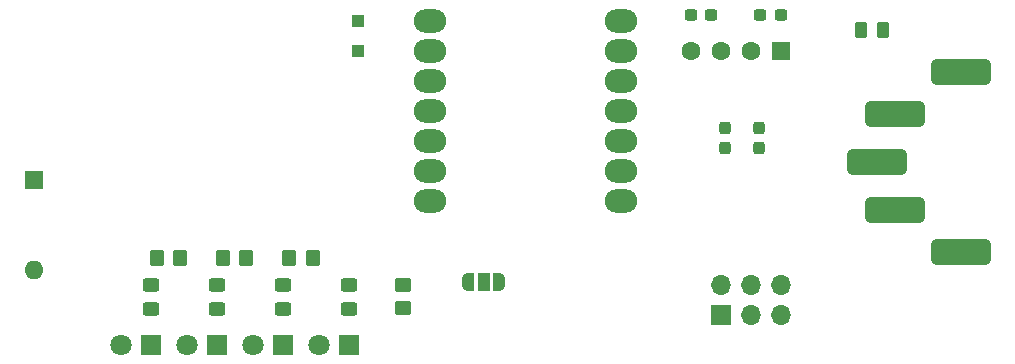
<source format=gbr>
%TF.GenerationSoftware,KiCad,Pcbnew,8.0.1*%
%TF.CreationDate,2025-08-12T22:43:48+02:00*%
%TF.ProjectId,niclas-alarmmelder-pro,6e69636c-6173-42d6-916c-61726d6d656c,rev?*%
%TF.SameCoordinates,Original*%
%TF.FileFunction,Soldermask,Top*%
%TF.FilePolarity,Negative*%
%FSLAX46Y46*%
G04 Gerber Fmt 4.6, Leading zero omitted, Abs format (unit mm)*
G04 Created by KiCad (PCBNEW 8.0.1) date 2025-08-12 22:43:48*
%MOMM*%
%LPD*%
G01*
G04 APERTURE LIST*
G04 Aperture macros list*
%AMRoundRect*
0 Rectangle with rounded corners*
0 $1 Rounding radius*
0 $2 $3 $4 $5 $6 $7 $8 $9 X,Y pos of 4 corners*
0 Add a 4 corners polygon primitive as box body*
4,1,4,$2,$3,$4,$5,$6,$7,$8,$9,$2,$3,0*
0 Add four circle primitives for the rounded corners*
1,1,$1+$1,$2,$3*
1,1,$1+$1,$4,$5*
1,1,$1+$1,$6,$7*
1,1,$1+$1,$8,$9*
0 Add four rect primitives between the rounded corners*
20,1,$1+$1,$2,$3,$4,$5,0*
20,1,$1+$1,$4,$5,$6,$7,0*
20,1,$1+$1,$6,$7,$8,$9,0*
20,1,$1+$1,$8,$9,$2,$3,0*%
%AMFreePoly0*
4,1,19,0.550000,-0.750000,0.000000,-0.750000,0.000000,-0.744911,-0.071157,-0.744911,-0.207708,-0.704816,-0.327430,-0.627875,-0.420627,-0.520320,-0.479746,-0.390866,-0.500000,-0.250000,-0.500000,0.250000,-0.479746,0.390866,-0.420627,0.520320,-0.327430,0.627875,-0.207708,0.704816,-0.071157,0.744911,0.000000,0.744911,0.000000,0.750000,0.550000,0.750000,0.550000,-0.750000,0.550000,-0.750000,
$1*%
%AMFreePoly1*
4,1,19,0.000000,0.744911,0.071157,0.744911,0.207708,0.704816,0.327430,0.627875,0.420627,0.520320,0.479746,0.390866,0.500000,0.250000,0.500000,-0.250000,0.479746,-0.390866,0.420627,-0.520320,0.327430,-0.627875,0.207708,-0.704816,0.071157,-0.744911,0.000000,-0.744911,0.000000,-0.750000,-0.550000,-0.750000,-0.550000,0.750000,0.000000,0.750000,0.000000,0.744911,0.000000,0.744911,
$1*%
G04 Aperture macros list end*
%ADD10RoundRect,0.250000X0.450000X-0.325000X0.450000X0.325000X-0.450000X0.325000X-0.450000X-0.325000X0*%
%ADD11R,1.700000X1.700000*%
%ADD12O,1.700000X1.700000*%
%ADD13RoundRect,0.250000X-0.350000X-0.450000X0.350000X-0.450000X0.350000X0.450000X-0.350000X0.450000X0*%
%ADD14RoundRect,0.237500X0.300000X0.237500X-0.300000X0.237500X-0.300000X-0.237500X0.300000X-0.237500X0*%
%ADD15RoundRect,0.237500X-0.237500X0.300000X-0.237500X-0.300000X0.237500X-0.300000X0.237500X0.300000X0*%
%ADD16RoundRect,1.000000X-0.375000X-0.000010X0.375000X-0.000010X0.375000X0.000010X-0.375000X0.000010X0*%
%ADD17RoundRect,0.565500X-2.006000X-0.565500X2.006000X-0.565500X2.006000X0.565500X-2.006000X0.565500X0*%
%ADD18R,1.800000X1.800000*%
%ADD19C,1.800000*%
%ADD20R,1.600000X1.600000*%
%ADD21O,1.600000X1.600000*%
%ADD22C,1.600000*%
%ADD23R,1.000000X1.000000*%
%ADD24RoundRect,0.250000X-0.450000X0.350000X-0.450000X-0.350000X0.450000X-0.350000X0.450000X0.350000X0*%
%ADD25FreePoly0,0.000000*%
%ADD26R,1.000000X1.500000*%
%ADD27FreePoly1,0.000000*%
%ADD28RoundRect,0.250000X-0.262500X-0.450000X0.262500X-0.450000X0.262500X0.450000X-0.262500X0.450000X0*%
%ADD29RoundRect,0.237500X0.237500X-0.300000X0.237500X0.300000X-0.237500X0.300000X-0.237500X-0.300000X0*%
G04 APERTURE END LIST*
D10*
%TO.C,D1*%
X93980000Y-70629999D03*
X93980000Y-68579999D03*
%TD*%
D11*
%TO.C,JP OPT*%
X142240000Y-71120000D03*
D12*
X142240000Y-68580000D03*
X144780000Y-71120000D03*
X144780000Y-68580000D03*
X147320000Y-71120000D03*
X147320000Y-68580000D03*
%TD*%
D10*
%TO.C,D4*%
X110744000Y-70630000D03*
X110744000Y-68580000D03*
%TD*%
D13*
%TO.C,R1*%
X94488000Y-66294000D03*
X96488000Y-66294000D03*
%TD*%
D14*
%TO.C,C2*%
X147319999Y-45720000D03*
X145594999Y-45720000D03*
%TD*%
D15*
%TO.C,C4*%
X142620000Y-55274999D03*
X142620000Y-56999999D03*
%TD*%
D16*
%TO.C,U1*%
X117602000Y-46228000D03*
X117602000Y-48768000D03*
X117602000Y-51308000D03*
X117602000Y-53848000D03*
X117602000Y-56388000D03*
X117602000Y-58928000D03*
X117602000Y-61468000D03*
X133767000Y-61468000D03*
X133767000Y-58928000D03*
X133767000Y-56388000D03*
X133767000Y-53848000D03*
X133767000Y-51308000D03*
X133767000Y-48768000D03*
X133767000Y-46228000D03*
%TD*%
D17*
%TO.C,J1*%
X162560000Y-65786000D03*
X155448000Y-58166000D03*
X162560000Y-50546000D03*
X156972000Y-62230000D03*
X156972000Y-54102000D03*
%TD*%
D10*
%TO.C,D2*%
X99568000Y-70629999D03*
X99568000Y-68579999D03*
%TD*%
D18*
%TO.C,REF\u002A\u002A*%
X110744000Y-73660000D03*
D19*
X108204000Y-73660000D03*
%TD*%
D20*
%TO.C,SW1*%
X84074000Y-59690000D03*
D21*
X84074000Y-67310000D03*
%TD*%
D13*
%TO.C,R3*%
X105696000Y-66294000D03*
X107696000Y-66294000D03*
%TD*%
D18*
%TO.C,REF\u002A\u002A*%
X93980000Y-73660000D03*
D19*
X91440000Y-73660000D03*
%TD*%
D20*
%TO.C,U2*%
X147320000Y-48768000D03*
D22*
X144780000Y-48768000D03*
X142240000Y-48768000D03*
X139700000Y-48768000D03*
%TD*%
D23*
%TO.C,GPIO3*%
X111506000Y-48768000D03*
%TD*%
D24*
%TO.C,R4*%
X115316000Y-68580000D03*
X115316000Y-70580000D03*
%TD*%
D14*
%TO.C,C3*%
X141425001Y-45720000D03*
X139700001Y-45720000D03*
%TD*%
D10*
%TO.C,D3*%
X105156000Y-70629999D03*
X105156000Y-68579999D03*
%TD*%
D23*
%TO.C,GPOI2*%
X111506000Y-46228000D03*
%TD*%
D18*
%TO.C,REF\u002A\u002A*%
X99568000Y-73660000D03*
D19*
X97028000Y-73660000D03*
%TD*%
D25*
%TO.C,JP1*%
X120874000Y-68326000D03*
D26*
X122174000Y-68326000D03*
D27*
X123474000Y-68326000D03*
%TD*%
D13*
%TO.C,R2*%
X100076000Y-66294000D03*
X102076000Y-66294000D03*
%TD*%
D28*
%TO.C,R420*%
X154131000Y-46990000D03*
X155956000Y-46990000D03*
%TD*%
D18*
%TO.C,REF\u002A\u002A*%
X105156000Y-73660000D03*
D19*
X102616000Y-73660000D03*
%TD*%
D29*
%TO.C,C1*%
X145500000Y-56999999D03*
X145500000Y-55274999D03*
%TD*%
M02*

</source>
